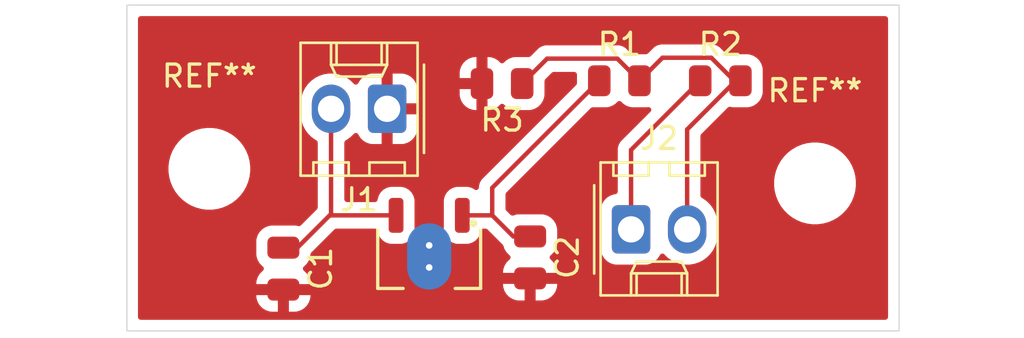
<source format=kicad_pcb>
(kicad_pcb (version 20241229) (generator "pcbnew") (generator_version "9.0")
  (layers (0 "F.Cu" signal) (2 "B.Cu" signal) (13 "F.Paste" user) (15 "B.Paste" user) (5 "F.SilkS" user "F.Silkscreen") (7 "B.SilkS" user "B.Silkscreen") (1 "F.Mask" user) (3 "B.Mask" user) (25 "Edge.Cuts" user))
  (net 0 "")
  (net 1 "GND")
  (net 2 "+12V")
  (net 3 "+5V")
  (net 4 "/Output SCS")
  (net 5 "/Sensor Output")
  (footprint "Connector_Molex:Molex_KK-254_AE-6410-02A_1x02_P2.54mm_Vertical" (layer "F.Cu") (at 66.802 47.244)
    (property "Reference" "J2" (at 1.27 -4.12 0) (layer "F.SilkS"))
    (property "Value" "Conn_01x02")
    (fp_line (start -1.67 -2) (end -1.67 2) (stroke (width 0.12)) (layer "F.SilkS"))
    (fp_line (start -1.38 -3.03) (end -1.38 2.99) (stroke (width 0.12)) (layer "F.SilkS"))
    (fp_line (start -1.38 2.99) (end 3.92 2.99) (stroke (width 0.12)) (layer "F.SilkS"))
    (fp_line (start -0.8 -3.03) (end -0.8 -2.43) (stroke (width 0.12)) (layer "F.SilkS"))
    (fp_line (start -0.8 -2.43) (end 0.8 -2.43) (stroke (width 0.12)) (layer "F.SilkS"))
    (fp_line (start 0 1.99) (end 0.25 1.46) (stroke (width 0.12)) (layer "F.SilkS"))
    (fp_line (start 0 1.99) (end 2.54 1.99) (stroke (width 0.12)) (layer "F.SilkS"))
    (fp_line (start 0 2.99) (end 0 1.99) (stroke (width 0.12)) (layer "F.SilkS"))
    (fp_line (start 0.25 1.46) (end 2.29 1.46) (stroke (width 0.12)) (layer "F.SilkS"))
    (fp_line (start 0.25 2.99) (end 0.25 1.99) (stroke (width 0.12)) (layer "F.SilkS"))
    (fp_line (start 0.8 -2.43) (end 0.8 -3.03) (stroke (width 0.12)) (layer "F.SilkS"))
    (fp_line (start 1.74 -3.03) (end 1.74 -2.43) (stroke (width 0.12)) (layer "F.SilkS"))
    (fp_line (start 1.74 -2.43) (end 3.34 -2.43) (stroke (width 0.12)) (layer "F.SilkS"))
    (fp_line (start 2.29 1.46) (end 2.54 1.99) (stroke (width 0.12)) (layer "F.SilkS"))
    (fp_line (start 2.29 2.99) (end 2.29 1.99) (stroke (width 0.12)) (layer "F.SilkS"))
    (fp_line (start 2.54 1.99) (end 2.54 2.99) (stroke (width 0.12)) (layer "F.SilkS"))
    (fp_line (start 3.34 -2.43) (end 3.34 -3.03) (stroke (width 0.12)) (layer "F.SilkS"))
    (fp_line (start 3.92 -3.03) (end -1.38 -3.03) (stroke (width 0.12)) (layer "F.SilkS"))
    (fp_line (start 3.92 2.99) (end 3.92 -3.03) (stroke (width 0.12)) (layer "F.SilkS"))
    (pad "1" thru_hole roundrect (at 0 0) (size 1.74 2.19) (drill 1.19) (layers "*.Cu" "*.Mask") (roundrect_rratio 0.143678) (net 5 "/Sensor Output"))
    (pad "2" thru_hole oval (at 2.54 0) (size 1.74 2.19) (drill 1.19) (layers "*.Cu" "*.Mask") (net 4 "/Output SCS"))
  )
  (footprint "MountingHole:MountingHole_3.2mm_M3" (layer "F.Cu") (at 75.1332 45.1612)
    (property "Reference" "REF**" (at 0 -4.2 0) (layer "F.SilkS"))
    (property "Value" "MountingHole_3.2mm_M3")
    (pad "" np_thru_hole circle (at 0 0) (size 3.2 3.2) (drill 3.2) (layers "*.Cu" "*.Mask"))
  )
  (footprint "PCM_JLCPCB:C_0805" (layer "F.Cu") (at 62.23 48.514 -90)
    (property "Reference" "C2" (at 0 -1.68 90) (layer "F.SilkS"))
    (property "Value" "100nF")
    (pad "1" smd roundrect (at -0.95 0 270) (size 1 1.45) (layers "F.Cu" "F.Mask" "F.Paste") (net 3 "+5V"))
    (pad "2" smd roundrect (at 0.95 0 270) (size 1 1.45) (layers "F.Cu" "F.Mask" "F.Paste") (net 1 "GND"))
  )
  (footprint "PCM_JLCPCB:C_0805" (layer "F.Cu") (at 51.054 49.022 -90)
    (property "Reference" "C1" (at 0 -1.68 90) (layer "F.SilkS"))
    (property "Value" "330nF")
    (pad "1" smd roundrect (at -0.95 0 270) (size 1 1.45) (layers "F.Cu" "F.Mask" "F.Paste") (net 2 "+12V"))
    (pad "2" smd roundrect (at 0.95 0 270) (size 1 1.45) (layers "F.Cu" "F.Mask" "F.Paste") (net 1 "GND"))
  )
  (footprint "PCM_JLCPCB:R_0805" (layer "F.Cu") (at 66.273 40.513)
    (property "Reference" "R1" (at 0 -1.65 0) (layer "F.SilkS"))
    (property "Value" "8.2kΩ")
    (pad "1" smd roundrect (at -0.91 0) (size 1.02 1.4) (layers "F.Cu" "F.Mask" "F.Paste") (roundrect_rratio 0.243902) (net 3 "+5V"))
    (pad "2" smd roundrect (at 0.91 0) (size 1.02 1.4) (layers "F.Cu" "F.Mask" "F.Paste") (roundrect_rratio 0.243902) (net 4 "/Output SCS"))
  )
  (footprint "PCM_JLCPCB:SOT-89-3_L4.5-W2.5-P1.50-LS4.2-BR" (layer "F.Cu") (at 57.658 47.969 90)
    (property "Reference" "U1" (hide yes))
    (property "Value" "78L05G")
    (fp_line (start 0.7 -2.33) (end -1.95 -2.33) (stroke (width 0.15)) (layer "F.SilkS"))
    (fp_line (start -1.95 -2.33) (end -1.95 -1.18) (stroke (width 0.15)) (layer "F.SilkS"))
    (fp_line (start 0.7 2.33) (end -1.95 2.33) (stroke (width 0.15)) (layer "F.SilkS"))
    (fp_line (start -1.95 2.33) (end -1.95 1.18) (stroke (width 0.15)) (layer "F.SilkS"))
    (fp_circle (center 1 2) (end 1.03 2) (stroke (width 0.15)) (fill no) (layer "F.SilkS"))
    (pad "1" smd roundrect (at 1.36 1.5 90) (size 1.58 0.67) (layers "F.Cu" "F.Mask" "F.Paste") (net 3 "+5V"))
    (pad "2" smd custom (at -1.36 0 90) (size 0.1 0.1) (layers "F.Cu" "F.Mask" "F.Paste") (net 1 "GND") (options (clearance outline) (anchor circle)) (primitives (gr_poly (pts (xy -0.926975 -0.95) (xy 0.927229 -0.95) (xy 0.971755 -0.948895) (xy 1.01618 -0.945771) (xy 1.060427 -0.940564) (xy 1.104369 -0.933299) (xy 1.14793 -0.923952) (xy 1.190983 -0.912598) (xy 1.233477 -0.899238) (xy 1.275286 -0.883896) (xy 1.316332 -0.866599) (xy 1.356541 -0.847422) (xy 1.395784 -0.826365) (xy 1.434011 -0.80348) (xy 1.47112 -0.778842) (xy 1.507036 -0.752502) (xy 1.541656 -0.724511) (xy 1.574956 -0.694895) (xy 1.606807 -0.66378) (xy 1.637186 -0.631191) (xy 1.665989 -0.597231) (xy 1.693167 -0.561951) (xy 1.718669 -0.525425) (xy 1.742418 -0.487757) (xy 1.764389 -0.448997) (xy 1.784531 -0.409271) (xy 1.802769 -0.329972) (xy 2.700102 -0.329972) (xy 2.700102 0.330023) (xy 1.802769 0.330023) (xy 1.784531 0.409373) (xy 1.764389 0.449098) (xy 1.742418 0.487859) (xy 1.718669 0.525527) (xy 1.693167 0.562052) (xy 1.665989 0.597333) (xy 1.637186 0.631293) (xy 1.606807 0.663881) (xy 1.574956 0.694996) (xy 1.541656 0.724613) (xy 1.507036 0.752604) (xy 1.47112 0.778943) (xy 1.434011 0.803581) (xy 1.395784 0.826467) (xy 1.356541 0.847523) (xy 1.316332 0.866701) (xy 1.275286 0.883998) (xy 1.233477 0.89934) (xy 1.190983 0.9127) (xy 1.14793 0.924054) (xy 1.104369 0.933401) (xy 1.060427 0.940665) (xy 1.01618 0.945872) (xy 0.971755 0.948997) (xy 0.927229 0.950064) (xy -0.926975 0.950064) (xy -0.971501 0.948997) (xy -1.015926 0.945872) (xy -1.060173 0.940665) (xy -1.104115 0.933401) (xy -1.147676 0.924054) (xy -1.190729 0.9127) (xy -1.233223 0.89934) (xy -1.275032 0.883998) (xy -1.316078 0.866701) (xy -1.356287 0.847523) (xy -1.39553 0.826467) (xy -1.433757 0.803581) (xy -1.470866 0.778943) (xy -1.506782 0.752604) (xy -1.541402 0.724613) (xy -1.574702 0.694996) (xy -1.606553 0.663881) (xy -1.636932 0.631293) (xy -1.665735 0.597333) (xy -1.692913 0.562052) (xy -1.718415 0.525527) (xy -1.742164 0.487859) (xy -1.764135 0.449098) (xy -1.784277 0.409373) (xy -1.802515 0.368733) (xy -1.818847 0.327305) (xy -1.833198 0.285141) (xy -1.845568 0.242342) (xy -1.855906 0.199009) (xy -1.864211 0.155271) (xy -1.87046 0.111151) (xy -1.874625 0.066802) (xy -1.876708 0.022327) (xy -1.876708 -0.022225) (xy -1.874625 -0.066701) (xy -1.87046 -0.111049) (xy -1.864211 -0.155169) (xy -1.855906 -0.198908) (xy -1.845568 -0.24224) (xy -1.833198 -0.285039) (xy -1.818847 -0.327203) (xy -1.802515 -0.368631) (xy -1.784277 -0.409271) (xy -1.764135 -0.448997) (xy -1.742164 -0.487757) (xy -1.718415 -0.525425) (xy -1.692913 -0.561951) (xy -1.665735 -0.597231) (xy -1.636932 -0.631191) (xy -1.606553 -0.66378) (xy -1.574702 -0.694895) (xy -1.541402 -0.724511) (xy -1.506782 -0.752502) (xy -1.470866 -0.778842) (xy -1.433757 -0.80348) (xy -1.39553 -0.826365) (xy -1.356287 -0.847422) (xy -1.316078 -0.866599) (xy -1.275032 -0.883896) (xy -1.233223 -0.899238) (xy -1.190729 -0.912598) (xy -1.147676 -0.923952) (xy -1.104115 -0.933299) (xy -1.060173 -0.940564) (xy -1.015926 -0.945771) (xy -0.971501 -0.948895) (xy -0.926975 -0.95)) (width 0) (fill yes))))
    (pad "2" thru_hole circle (at -1 0 90) (size 0.5 0.5) (drill 0.3) (layers "*.Cu" "F.Mask") (net 1 "GND"))
    (pad "2" smd oval (at -0.5 0 90) (size 3 2) (layers "B.Cu") (net 1 "GND"))
    (pad "2" thru_hole circle (at 0 0 90) (size 0.5 0.5) (drill 0.3) (layers "*.Cu" "F.Mask") (net 1 "GND"))
    (pad "2" smd roundrect (at 1.36 0 90) (size 1.58 0.67) (layers "F.Cu" "F.Mask" "F.Paste") (net 1 "GND"))
    (pad "3" smd roundrect (at 1.36 -1.5 90) (size 1.58 0.67) (layers "F.Cu" "F.Mask" "F.Paste") (net 2 "+12V"))
  )
  (footprint "PCM_JLCPCB:R_0805" (layer "F.Cu") (at 60.96 40.64 180)
    (property "Reference" "R3" (at 0 -1.65 0) (layer "F.SilkS"))
    (property "Value" "8.2kΩ")
    (pad "1" smd roundrect (at -0.91 0 180) (size 1.02 1.4) (layers "F.Cu" "F.Mask" "F.Paste") (roundrect_rratio 0.243902) (net 4 "/Output SCS"))
    (pad "2" smd roundrect (at 0.91 0 180) (size 1.02 1.4) (layers "F.Cu" "F.Mask" "F.Paste") (roundrect_rratio 0.243902) (net 1 "GND"))
  )
  (footprint "Connector_Molex:Molex_KK-254_AE-6410-02A_1x02_P2.54mm_Vertical" (layer "F.Cu") (at 55.753 41.783 180)
    (property "Reference" "J1" (at 1.27 -4.12 0) (layer "F.SilkS"))
    (property "Value" "Conn_01x02")
    (fp_line (start 3.92 2.99) (end 3.92 -3.03) (stroke (width 0.12)) (layer "F.SilkS"))
    (fp_line (start 3.92 -3.03) (end -1.38 -3.03) (stroke (width 0.12)) (layer "F.SilkS"))
    (fp_line (start 3.34 -2.43) (end 3.34 -3.03) (stroke (width 0.12)) (layer "F.SilkS"))
    (fp_line (start 2.54 1.99) (end 2.54 2.99) (stroke (width 0.12)) (layer "F.SilkS"))
    (fp_line (start 2.29 2.99) (end 2.29 1.99) (stroke (width 0.12)) (layer "F.SilkS"))
    (fp_line (start 2.29 1.46) (end 2.54 1.99) (stroke (width 0.12)) (layer "F.SilkS"))
    (fp_line (start 1.74 -2.43) (end 3.34 -2.43) (stroke (width 0.12)) (layer "F.SilkS"))
    (fp_line (start 1.74 -3.03) (end 1.74 -2.43) (stroke (width 0.12)) (layer "F.SilkS"))
    (fp_line (start 0.8 -2.43) (end 0.8 -3.03) (stroke (width 0.12)) (layer "F.SilkS"))
    (fp_line (start 0.25 2.99) (end 0.25 1.99) (stroke (width 0.12)) (layer "F.SilkS"))
    (fp_line (start 0.25 1.46) (end 2.29 1.46) (stroke (width 0.12)) (layer "F.SilkS"))
    (fp_line (start 0 2.99) (end 0 1.99) (stroke (width 0.12)) (layer "F.SilkS"))
    (fp_line (start 0 1.99) (end 2.54 1.99) (stroke (width 0.12)) (layer "F.SilkS"))
    (fp_line (start 0 1.99) (end 0.25 1.46) (stroke (width 0.12)) (layer "F.SilkS"))
    (fp_line (start -0.8 -2.43) (end 0.8 -2.43) (stroke (width 0.12)) (layer "F.SilkS"))
    (fp_line (start -0.8 -3.03) (end -0.8 -2.43) (stroke (width 0.12)) (layer "F.SilkS"))
    (fp_line (start -1.38 2.99) (end 3.92 2.99) (stroke (width 0.12)) (layer "F.SilkS"))
    (fp_line (start -1.38 -3.03) (end -1.38 2.99) (stroke (width 0.12)) (layer "F.SilkS"))
    (fp_line (start -1.67 -2) (end -1.67 2) (stroke (width 0.12)) (layer "F.SilkS"))
    (pad "1" thru_hole roundrect (at 0 0 180) (size 1.74 2.19) (drill 1.19) (layers "*.Cu" "*.Mask") (roundrect_rratio 0.143678) (net 1 "GND"))
    (pad "2" thru_hole oval (at 2.54 0 180) (size 1.74 2.19) (drill 1.19) (layers "*.Cu" "*.Mask") (net 2 "+12V"))
  )
  (footprint "MountingHole:MountingHole_3.2mm_M3" (layer "F.Cu") (at 47.7012 44.5008)
    (property "Reference" "REF**" (at 0 -4.2 0) (layer "F.SilkS"))
    (property "Value" "MountingHole_3.2mm_M3")
    (pad "" np_thru_hole circle (at 0 0) (size 3.2 3.2) (drill 3.2) (layers "*.Cu" "*.Mask"))
  )
  (footprint "PCM_JLCPCB:R_0805" (layer "F.Cu") (at 70.845 40.513)
    (property "Reference" "R2" (at 0 -1.65 0) (layer "F.SilkS"))
    (property "Value" "3.9kΩ")
    (pad "1" smd roundrect (at -0.91 0) (size 1.02 1.4) (layers "F.Cu" "F.Mask" "F.Paste") (roundrect_rratio 0.243902) (net 5 "/Sensor Output"))
    (pad "2" smd roundrect (at 0.91 0) (size 1.02 1.4) (layers "F.Cu" "F.Mask" "F.Paste") (roundrect_rratio 0.243902) (net 4 "/Output SCS"))
  )
  (gr_rect (start 43.9674 37.084) (end 78.9432 51.8414) (stroke (width 0.05)) (fill no) (layer "Edge.Cuts"))
  (segment (start 57.658 47.969) (end 57.658 48.469) (width 0.2) (layer "B.Cu") (net 1))
  (segment (start 51.689 48.072) (end 51.054 48.072) (width 0.2) (layer "F.Cu") (net 2))
  (segment (start 56.158 46.609) (end 53.213 46.609) (width 0.2) (layer "F.Cu") (net 2))
  (segment (start 53.213 46.609) (end 53.152 46.609) (width 0.2) (layer "F.Cu") (net 2))
  (segment (start 53.152 46.609) (end 51.689 48.072) (width 0.2) (layer "F.Cu") (net 2))
  (segment (start 53.213 41.783) (end 53.213 46.609) (width 0.2) (layer "F.Cu") (net 2))
  (segment (start 60.513 45.363) (end 60.513 46.609) (width 0.2) (layer "F.Cu") (net 3))
  (segment (start 65.363 40.513) (end 60.513 45.363) (width 0.2) (layer "F.Cu") (net 3))
  (segment (start 61.468 47.564) (end 62.23 47.564) (width 0.2) (layer "F.Cu") (net 3))
  (segment (start 59.158 46.609) (end 60.513 46.609) (width 0.2) (layer "F.Cu") (net 3))
  (segment (start 60.513 46.609) (end 61.468 47.564) (width 0.2) (layer "F.Cu") (net 3))
  (segment (start 70.4349 39.4697) (end 68.2263 39.4697) (width 0.2) (layer "F.Cu") (net 4))
  (segment (start 69.342 47.244) (end 69.342 42.718) (width 0.2) (layer "F.Cu") (net 4))
  (segment (start 62.9996 39.5104) (end 66.1804 39.5104) (width 0.2) (layer "F.Cu") (net 4))
  (segment (start 71.5126 40.5474) (end 70.4349 39.4697) (width 0.2) (layer "F.Cu") (net 4))
  (segment (start 71.755 40.513) (end 71.7158 40.4738) (width 0.2) (layer "F.Cu") (net 4))
  (segment (start 66.1804 39.5104) (end 67.183 40.513) (width 0.2) (layer "F.Cu") (net 4))
  (segment (start 69.342 42.718) (end 71.5126 40.5474) (width 0.2) (layer "F.Cu") (net 4))
  (segment (start 71.5126 40.5474) (end 71.5862 40.4738) (width 0.2) (layer "F.Cu") (net 4))
  (segment (start 61.87 40.64) (end 62.9996 39.5104) (width 0.2) (layer "F.Cu") (net 4))
  (segment (start 71.6745 40.4738) (end 71.7158 40.4738) (width 0.2) (layer "F.Cu") (net 4))
  (segment (start 68.2263 39.4697) (end 67.183 40.513) (width 0.2) (layer "F.Cu") (net 4))
  (segment (start 71.5862 40.4738) (end 71.6745 40.4738) (width 0.2) (layer "F.Cu") (net 4))
  (segment (start 66.802 43.646) (end 66.802 47.244) (width 0.2) (layer "F.Cu") (net 5))
  (segment (start 69.935 40.513) (end 66.802 43.646) (width 0.2) (layer "F.Cu") (net 5))
  (zone (net 1) (net_name "GND") (layer "F.Cu") (connect_pads (clearance 0.5)) (min_thickness 0.25) (fill yes (thermal_gap 0.5) (thermal_bridge_width 0.5))
    (polygon (pts (xy 44.0182 37.084) (xy 78.9178 37.084) (xy 78.9178 51.7398) (xy 44.0182 51.7398)))
  )
)
</source>
